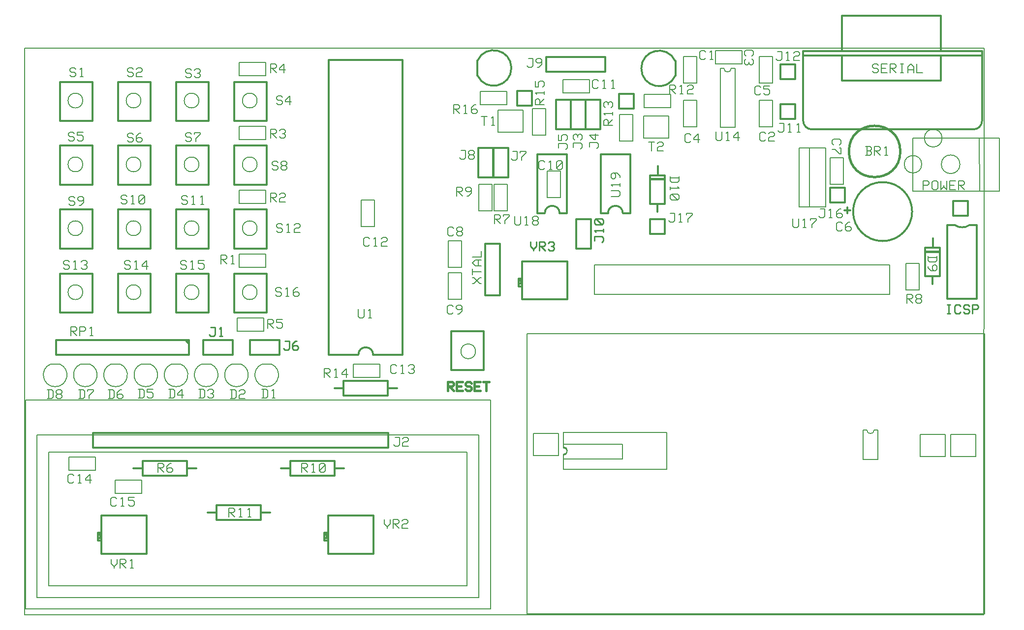
<source format=gbr>
G04 GERBER ASCII OUTPUT FROM: EDWIN 2000 (VER. 1.1 REV. 20011025)*
G04 GERBER FORMAT: RX-274-X*
G04 BOARD: SP_PROTON_SMD2*
G04 NC DRILL TEMPLATE*
%ASAXBY*%
%FSLAX23Y23*%
%MIA0B0*%
%MOIN*%
%OFA0B0*%
%SFA1B1*%
%IJA0B0*%
%INMPLOTCL*%
%IOA0B0*%
%IPPOS*%
%IR0*%
G04 APERTURE LIST*
%ADD10C,0.0010*%
%ADD12C,0.0020*%
%ADD13R,0.0020X0.0020*%
%ADD14C,0.0030*%
%ADD15R,0.0030X0.0030*%
%ADD16C,0.00356*%
%ADD17R,0.00356X0.00356*%
%ADD18C,0.0040*%
%ADD19R,0.0040X0.0040*%
%ADD20C,0.0050*%
%ADD21R,0.0050X0.0050*%
%ADD22C,0.0051*%
%ADD23R,0.0051X0.0051*%
%ADD24C,0.00787*%
%ADD25R,0.00787X0.00787*%
%ADD26C,0.00799*%
%ADD28C,0.0080*%
%ADD29R,0.0080X0.0080*%
%ADD30C,0.00984*%
%ADD31R,0.00984X0.00984*%
%ADD32C,0.0100*%
%ADD33R,0.0100X0.0100*%
%ADD34C,0.0120*%
%ADD36C,0.01299*%
%ADD38C,0.0130*%
%ADD40C,0.0150*%
%ADD42C,0.01598*%
%ADD44C,0.0160*%
%ADD46C,0.01969*%
%ADD47R,0.01969X0.01969*%
%ADD48C,0.0200*%
%ADD50C,0.0200*%
%ADD51R,0.0200X0.0200*%
%ADD52C,0.02044*%
%ADD53R,0.02044X0.02044*%
%ADD54C,0.0250*%
%ADD55R,0.0250X0.0250*%
%ADD56C,0.0280*%
%ADD57R,0.0280X0.0280*%
%ADD58C,0.0290*%
%ADD60C,0.0300*%
%ADD62C,0.03187*%
%ADD64C,0.03199*%
%ADD66C,0.0320*%
%ADD67R,0.0320X0.0320*%
%ADD68C,0.0340*%
%ADD69R,0.0340X0.0340*%
%ADD70C,0.0350*%
%ADD71R,0.0350X0.0350*%
%ADD72C,0.03543*%
%ADD73R,0.03543X0.03543*%
%ADD74C,0.0360*%
%ADD76C,0.03699*%
%ADD78C,0.0370*%
%ADD80C,0.03898*%
%ADD81R,0.03898X0.03898*%
%ADD82C,0.03937*%
%ADD83R,0.03937X0.03937*%
%ADD84C,0.03998*%
%ADD86C,0.0400*%
%ADD87R,0.0400X0.0400*%
%ADD88C,0.04252*%
%ADD89R,0.04252X0.04252*%
%ADD90C,0.0440*%
%ADD92C,0.0440*%
%ADD93R,0.0440X0.0440*%
%ADD94C,0.04444*%
%ADD95R,0.04444X0.04444*%
%ADD96C,0.0480*%
%ADD97R,0.0480X0.0480*%
%ADD98C,0.0490*%
%ADD99R,0.0490X0.0490*%
%ADD100C,0.0500*%
%ADD101R,0.0500X0.0500*%
%ADD102C,0.0502*%
%ADD103R,0.0502X0.0502*%
%ADD104C,0.0540*%
%ADD106C,0.0550*%
%ADD107R,0.0550X0.0550*%
%ADD108C,0.0560*%
%ADD109R,0.0560X0.0560*%
%ADD110C,0.0580*%
%ADD111R,0.0580X0.0580*%
%ADD112C,0.0590*%
%ADD113R,0.0590X0.0590*%
%ADD114C,0.05906*%
%ADD115R,0.05906X0.05906*%
%ADD116C,0.05943*%
%ADD117R,0.05943X0.05943*%
%ADD118C,0.0600*%
%ADD119R,0.0600X0.0600*%
%ADD120C,0.0620*%
%ADD121R,0.0620X0.0620*%
%ADD122C,0.06298*%
%ADD123R,0.06298X0.06298*%
%ADD124C,0.06378*%
%ADD125R,0.06378X0.06378*%
%ADD126C,0.0640*%
%ADD127R,0.0640X0.0640*%
%ADD128C,0.0650*%
%ADD129R,0.0650X0.0650*%
%ADD130C,0.06652*%
%ADD131R,0.06652X0.06652*%
%ADD132C,0.06906*%
%ADD133R,0.06906X0.06906*%
%ADD134C,0.0700*%
%ADD135R,0.0700X0.0700*%
%ADD136C,0.0720*%
%ADD137R,0.0720X0.0720*%
%ADD138C,0.0740*%
%ADD139R,0.0740X0.0740*%
%ADD140C,0.0742*%
%ADD141R,0.0742X0.0742*%
%ADD142C,0.07559*%
%ADD143R,0.07559X0.07559*%
%ADD144C,0.0760*%
%ADD145R,0.0760X0.0760*%
%ADD146C,0.07874*%
%ADD147R,0.07874X0.07874*%
%ADD148C,0.0790*%
%ADD149R,0.0790X0.0790*%
%ADD150C,0.0800*%
%ADD151R,0.0800X0.0800*%
%ADD152C,0.0820*%
%ADD153R,0.0820X0.0820*%
%ADD154C,0.0840*%
%ADD155R,0.0840X0.0840*%
%ADD156C,0.0860*%
%ADD157R,0.0860X0.0860*%
%ADD158C,0.08778*%
%ADD159R,0.08778X0.08778*%
%ADD160C,0.0880*%
%ADD161R,0.0880X0.0880*%
%ADD162C,0.0890*%
%ADD163R,0.0890X0.0890*%
%ADD164C,0.08903*%
%ADD165R,0.08903X0.08903*%
%ADD166C,0.08969*%
%ADD167R,0.08969X0.08969*%
%ADD168C,0.0900*%
%ADD169R,0.0900X0.0900*%
%ADD170C,0.09213*%
%ADD171R,0.09213X0.09213*%
%ADD172C,0.0940*%
%ADD173R,0.0940X0.0940*%
%ADD174C,0.09496*%
%ADD175R,0.09496X0.09496*%
%ADD176C,0.0960*%
%ADD177R,0.0960X0.0960*%
%ADD178C,0.09788*%
%ADD179R,0.09788X0.09788*%
%ADD180C,0.09959*%
%ADD181R,0.09959X0.09959*%
%ADD182C,0.1000*%
%ADD183R,0.1000X0.1000*%
%ADD184C,0.1040*%
%ADD185R,0.1040X0.1040*%
%ADD186C,0.1060*%
%ADD187R,0.1060X0.1060*%
%ADD188C,0.10866*%
%ADD189R,0.10866X0.10866*%
%ADD190C,0.1100*%
%ADD191R,0.1100X0.1100*%
%ADD192C,0.1120*%
%ADD193R,0.1120X0.1120*%
%ADD194C,0.11303*%
%ADD195R,0.11303X0.11303*%
%ADD196C,0.11369*%
%ADD197R,0.11369X0.11369*%
%ADD198C,0.1140*%
%ADD199R,0.1140X0.1140*%
%ADD200C,0.11613*%
%ADD201R,0.11613X0.11613*%
%ADD202C,0.11896*%
%ADD203R,0.11896X0.11896*%
%ADD204C,0.1200*%
%ADD205R,0.1200X0.1200*%
%ADD206C,0.12188*%
%ADD207R,0.12188X0.12188*%
%ADD208C,0.1240*%
%ADD209R,0.1240X0.1240*%
%ADD210C,0.12464*%
%ADD211R,0.12464X0.12464*%
%ADD212C,0.1300*%
%ADD213R,0.1300X0.1300*%
%ADD214C,0.13266*%
%ADD215R,0.13266X0.13266*%
%ADD216C,0.13465*%
%ADD217R,0.13465X0.13465*%
%ADD218C,0.13553*%
%ADD219R,0.13553X0.13553*%
%ADD220C,0.1378*%
%ADD221R,0.1378X0.1378*%
%ADD222C,0.1400*%
%ADD223R,0.1400X0.1400*%
%ADD224C,0.1440*%
%ADD225R,0.1440X0.1440*%
%ADD226C,0.14864*%
%ADD227R,0.14864X0.14864*%
%ADD228C,0.15059*%
%ADD229R,0.15059X0.15059*%
%ADD230C,0.1540*%
%ADD231R,0.1540X0.1540*%
%ADD232C,0.15865*%
%ADD233R,0.15865X0.15865*%
%ADD234C,0.15953*%
%ADD235R,0.15953X0.15953*%
%ADD236C,0.1600*%
%ADD237R,0.1600X0.1600*%
%ADD238C,0.16063*%
%ADD239R,0.16063X0.16063*%
%ADD240C,0.1640*%
%ADD241R,0.1640X0.1640*%
%ADD242C,0.16535*%
%ADD243R,0.16535X0.16535*%
%ADD244C,0.16669*%
%ADD245R,0.16669X0.16669*%
%ADD246C,0.16723*%
%ADD247R,0.16723X0.16723*%
%ADD248C,0.1700*%
%ADD249R,0.1700X0.1700*%
%ADD250C,0.17061*%
%ADD251R,0.17061X0.17061*%
%ADD252C,0.17459*%
%ADD253R,0.17459X0.17459*%
%ADD254C,0.17717*%
%ADD255R,0.17717X0.17717*%
%ADD256C,0.17953*%
%ADD257R,0.17953X0.17953*%
%ADD258C,0.18189*%
%ADD259R,0.18189X0.18189*%
%ADD260C,0.18244*%
%ADD261R,0.18244X0.18244*%
%ADD262C,0.18298*%
%ADD263R,0.18298X0.18298*%
%ADD264C,0.18463*%
%ADD265R,0.18463X0.18463*%
%ADD266C,0.18657*%
%ADD267R,0.18657X0.18657*%
%ADD268C,0.18878*%
%ADD269R,0.18878X0.18878*%
%ADD270C,0.18935*%
%ADD271R,0.18935X0.18935*%
%ADD272C,0.19069*%
%ADD273R,0.19069X0.19069*%
%ADD274C,0.19123*%
%ADD275R,0.19123X0.19123*%
%ADD276C,0.19134*%
%ADD277R,0.19134X0.19134*%
%ADD278C,0.19461*%
%ADD279R,0.19461X0.19461*%
%ADD280C,0.20353*%
%ADD281R,0.20353X0.20353*%
%ADD282C,0.20589*%
%ADD283R,0.20589X0.20589*%
%ADD284C,0.20644*%
%ADD285R,0.20644X0.20644*%
%ADD286C,0.20698*%
%ADD287R,0.20698X0.20698*%
%ADD288C,0.20709*%
%ADD289R,0.20709X0.20709*%
%ADD290C,0.20787*%
%ADD291R,0.20787X0.20787*%
%ADD292C,0.21057*%
%ADD293R,0.21057X0.21057*%
%ADD294C,0.21278*%
%ADD295R,0.21278X0.21278*%
%ADD296C,0.21534*%
%ADD297R,0.21534X0.21534*%
%ADD298C,0.23109*%
%ADD299R,0.23109X0.23109*%
%ADD301R,0.23187X0.23187*%
%ADD303R,0.24094X0.24094*%
%ADD305R,0.25984X0.25984*%
%ADD307R,0.26494X0.26494*%
%ADD309R,0.28384X0.28384*%
%ADD311R,0.3000X0.3000*%
%ADD313R,0.3060X0.3060*%
%ADD315R,0.3100X0.3100*%
%ADD317R,0.31654X0.31654*%
%ADD319R,0.3200X0.3200*%
%ADD321R,0.32181X0.32181*%
%ADD323R,0.3240X0.3240*%
%ADD325R,0.3300X0.3300*%
%ADD327R,0.3340X0.3340*%
%ADD329R,0.34054X0.34054*%
%ADD331R,0.3440X0.3440*%
%ADD333R,0.34423X0.34423*%
%ADD335R,0.34581X0.34581*%
%ADD337R,0.3540X0.3540*%
%ADD339R,0.36823X0.36823*%
%ADD341R,0.3685X0.3685*%
%ADD343R,0.38248X0.38248*%
%ADD345R,0.39171X0.39171*%
%ADD347R,0.3925X0.3925*%
%ADD349R,0.40648X0.40648*%
%ADD351R,0.41571X0.41571*%
%ADD353R,0.48074X0.48074*%
%ADD355R,0.50474X0.50474*%
%ADD357R,0.5216X0.5216*%
%ADD359R,0.53386X0.53386*%
%ADD361R,0.53858X0.53858*%
%ADD363R,0.5456X0.5456*%
%ADD365R,0.55786X0.55786*%
%ADD367R,0.56258X0.56258*%
%ADD369R,0.59944X0.59944*%
%ADD371R,0.61724X0.61724*%
%ADD373R,0.62318X0.62318*%
%ADD375R,0.62344X0.62344*%
%ADD377R,0.64124X0.64124*%
%ADD379R,0.64718X0.64718*%
%ADD381R,0.65197X0.65197*%
%ADD383R,0.67597X0.67597*%
%ADD385R,0.68976X0.68976*%
%ADD387R,0.71376X0.71376*%
%ADD389R,0.73937X0.73937*%
%ADD391R,0.76337X0.76337*%
%ADD393R,0.83268X0.83268*%
%ADD395R,0.85287X0.85287*%
%ADD397R,0.85668X0.85668*%
%ADD399R,0.87687X0.87687*%
%ADD401R,0.94961X0.94961*%
%ADD403R,0.96378X0.96378*%
%ADD405R,0.97361X0.97361*%
%ADD407R,0.98778X0.98778*%
%ADD409R,1.03465X1.03465*%
%ADD411R,1.05865X1.05865*%
%ADD413R,1.29384X1.29384*%
%ADD415R,1.31784X1.31784*%
%ADD417R,1.3300X1.3300*%
%ADD419R,1.3540X1.3540*%
%ADD421R,1.89657X1.89657*%
%ADD423R,1.89744X1.89744*%
%ADD425R,1.92057X1.92057*%
%ADD427R,1.92144X1.92144*%
%ADD429R,2.13068X2.13068*%
%ADD431R,2.15468X2.15468*%
%ADD433R,2.83228X2.83228*%
%ADD435R,2.85628X2.85628*%
%ADD437R,3.07205X3.07205*%
%ADD439R,3.09605X3.09605*%
%ADD441R,3.12726X3.12726*%
%ADD443R,3.15126X3.15126*%
%ADD445R,3.8501X3.8501*%
%ADD447R,3.8741X3.8741*%
G04*
D20* 
X0Y0D02*
X0Y3843D01*
X6500Y3843D01*
X6496Y0D01*
X0Y0D01*
X4Y1456D02*
X4Y39D01*
X3154Y39D01*
X3154Y1456D01*
X4Y1456D01*
X3075Y1220D02*
X3075Y117D01*
X83Y117D01*
X83Y1220D01*
X3075Y1220D01*
X2996Y196D02*
X2996Y1102D01*
X162Y1102D01*
X162Y196D01*
X2996Y196D01*
D38* 
X2260Y1763D02*
X2060Y1763D01*
X2060Y3763D01*
X2560Y3763D01*
X2560Y1763D01*
X2360Y1763D01*
G75*
G01X2360Y1763D02*
G03X2260Y1763I-50J0D01*
G01*
D24* 
X2258Y2071D02*
X2258Y2021D01*
X2268Y2011D01*
X2288Y2011D01*
X2298Y2021D01*
X2298Y2071D01*
X2328Y2011D02*
X2348Y2011D01*
X2338Y2011D02*
X2338Y2071D01*
X2328Y2061D01*
D38* 
X459Y3614D02*
X459Y3350D01*
X238Y3350D01*
X238Y3614D01*
X459Y3614D01*
D20* 
G75*
G01X393Y3487D02*
G03X393Y3487I-50J0D01*
G01*
D24* 
X304Y3659D02*
X314Y3649D01*
X334Y3649D01*
X344Y3659D01*
X344Y3669D01*
X334Y3679D01*
X314Y3679D01*
X304Y3689D01*
X304Y3699D01*
X314Y3709D01*
X334Y3709D01*
X344Y3699D01*
X374Y3649D02*
X394Y3649D01*
X384Y3649D02*
X384Y3709D01*
X374Y3699D01*
D38* 
X853Y3614D02*
X853Y3350D01*
X632Y3350D01*
X632Y3614D01*
X853Y3614D01*
D20* 
G75*
G01X787Y3487D02*
G03X787Y3487I-50J0D01*
G01*
D24* 
X695Y3659D02*
X705Y3649D01*
X725Y3649D01*
X735Y3659D01*
X735Y3669D01*
X725Y3679D01*
X705Y3679D01*
X695Y3689D01*
X695Y3699D01*
X705Y3709D01*
X725Y3709D01*
X735Y3699D01*
X755Y3699D02*
X765Y3709D01*
X785Y3709D01*
X795Y3699D01*
X795Y3689D01*
X785Y3679D01*
X765Y3679D01*
X755Y3669D01*
X755Y3649D01*
X795Y3649D01*
D38* 
X1246Y3614D02*
X1246Y3350D01*
X1025Y3350D01*
X1025Y3614D01*
X1246Y3614D01*
D20* 
G75*
G01X1180Y3487D02*
G03X1180Y3487I-50J0D01*
G01*
D24* 
X1089Y3653D02*
X1099Y3643D01*
X1119Y3643D01*
X1129Y3653D01*
X1129Y3663D01*
X1119Y3673D01*
X1099Y3673D01*
X1089Y3683D01*
X1089Y3693D01*
X1099Y3703D01*
X1119Y3703D01*
X1129Y3693D01*
X1149Y3693D02*
X1159Y3703D01*
X1179Y3703D01*
X1189Y3693D01*
X1189Y3683D01*
X1179Y3673D01*
X1169Y3673D01*
X1179Y3673D02*
X1189Y3663D01*
X1189Y3653D01*
X1179Y3643D01*
X1159Y3643D01*
X1149Y3653D01*
D38* 
X1640Y3614D02*
X1640Y3350D01*
X1419Y3350D01*
X1419Y3614D01*
X1640Y3614D01*
D20* 
G75*
G01X1574Y3487D02*
G03X1574Y3487I-50J0D01*
G01*
D24* 
X1707Y3468D02*
X1717Y3458D01*
X1737Y3458D01*
X1747Y3468D01*
X1747Y3478D01*
X1737Y3488D01*
X1717Y3488D01*
X1707Y3498D01*
X1707Y3508D01*
X1717Y3518D01*
X1737Y3518D01*
X1747Y3508D01*
X1807Y3478D02*
X1767Y3478D01*
X1767Y3488D01*
X1797Y3518D01*
X1797Y3458D01*
D38* 
X459Y3181D02*
X459Y2917D01*
X238Y2917D01*
X238Y3181D01*
X459Y3181D01*
D20* 
G75*
G01X393Y3054D02*
G03X393Y3054I-50J0D01*
G01*
D24* 
X295Y3222D02*
X305Y3212D01*
X325Y3212D01*
X335Y3222D01*
X335Y3232D01*
X325Y3242D01*
X305Y3242D01*
X295Y3252D01*
X295Y3262D01*
X305Y3272D01*
X325Y3272D01*
X335Y3262D01*
X355Y3222D02*
X365Y3212D01*
X385Y3212D01*
X395Y3222D01*
X395Y3242D01*
X385Y3252D01*
X355Y3252D01*
X355Y3272D01*
X395Y3272D01*
D38* 
X853Y3181D02*
X853Y2917D01*
X632Y2917D01*
X632Y3181D01*
X853Y3181D01*
D20* 
G75*
G01X787Y3054D02*
G03X787Y3054I-50J0D01*
G01*
D24* 
X695Y3217D02*
X705Y3207D01*
X725Y3207D01*
X735Y3217D01*
X735Y3227D01*
X725Y3237D01*
X705Y3237D01*
X695Y3247D01*
X695Y3257D01*
X705Y3267D01*
X725Y3267D01*
X735Y3257D01*
X755Y3227D02*
X765Y3237D01*
X785Y3237D01*
X795Y3227D01*
X795Y3217D01*
X785Y3207D01*
X765Y3207D01*
X755Y3217D01*
X755Y3247D01*
X775Y3267D01*
X785Y3267D01*
D38* 
X1246Y3181D02*
X1246Y2917D01*
X1025Y2917D01*
X1025Y3181D01*
X1246Y3181D01*
D20* 
G75*
G01X1180Y3054D02*
G03X1180Y3054I-50J0D01*
G01*
D24* 
X1089Y3218D02*
X1099Y3208D01*
X1119Y3208D01*
X1129Y3218D01*
X1129Y3228D01*
X1119Y3238D01*
X1099Y3238D01*
X1089Y3248D01*
X1089Y3258D01*
X1099Y3268D01*
X1119Y3268D01*
X1129Y3258D01*
X1159Y3208D02*
X1159Y3228D01*
X1189Y3258D01*
X1189Y3268D01*
X1149Y3268D01*
X1149Y3258D01*
D38* 
X1640Y3181D02*
X1640Y2917D01*
X1419Y2917D01*
X1419Y3181D01*
X1640Y3181D01*
D20* 
G75*
G01X1574Y3054D02*
G03X1574Y3054I-50J0D01*
G01*
D24* 
X1674Y3027D02*
X1684Y3017D01*
X1704Y3017D01*
X1714Y3027D01*
X1714Y3037D01*
X1704Y3047D01*
X1684Y3047D01*
X1674Y3057D01*
X1674Y3067D01*
X1684Y3077D01*
X1704Y3077D01*
X1714Y3067D01*
X1734Y3027D02*
X1734Y3037D01*
X1744Y3047D01*
X1764Y3047D01*
X1774Y3057D01*
X1774Y3067D01*
X1764Y3077D01*
X1744Y3077D01*
X1734Y3067D01*
X1734Y3057D01*
X1744Y3047D01*
X1764Y3047D02*
X1774Y3037D01*
X1774Y3027D01*
X1764Y3017D01*
X1744Y3017D01*
X1734Y3027D01*
D38* 
X459Y2748D02*
X459Y2484D01*
X238Y2484D01*
X238Y2748D01*
X459Y2748D01*
D20* 
G75*
G01X393Y2621D02*
G03X393Y2621I-50J0D01*
G01*
D24* 
X300Y2785D02*
X310Y2775D01*
X330Y2775D01*
X340Y2785D01*
X340Y2795D01*
X330Y2805D01*
X310Y2805D01*
X300Y2815D01*
X300Y2825D01*
X310Y2835D01*
X330Y2835D01*
X340Y2825D01*
X370Y2775D02*
X380Y2775D01*
X400Y2795D01*
X400Y2825D01*
X390Y2835D01*
X370Y2835D01*
X360Y2825D01*
X360Y2815D01*
X370Y2805D01*
X390Y2805D01*
X400Y2815D01*
D38* 
X853Y2748D02*
X853Y2484D01*
X632Y2484D01*
X632Y2748D01*
X853Y2748D01*
D20* 
G75*
G01X787Y2621D02*
G03X787Y2621I-50J0D01*
G01*
D24* 
X653Y2795D02*
X663Y2785D01*
X683Y2785D01*
X693Y2795D01*
X693Y2805D01*
X683Y2815D01*
X663Y2815D01*
X653Y2825D01*
X653Y2835D01*
X663Y2845D01*
X683Y2845D01*
X693Y2835D01*
X723Y2785D02*
X743Y2785D01*
X733Y2785D02*
X733Y2845D01*
X723Y2835D01*
X773Y2795D02*
X773Y2835D01*
X783Y2845D01*
X803Y2845D01*
X813Y2835D01*
X813Y2795D01*
X803Y2785D01*
X783Y2785D01*
X773Y2795D01*
X813Y2835D01*
D38* 
X1246Y2748D02*
X1246Y2484D01*
X1025Y2484D01*
X1025Y2748D01*
X1246Y2748D01*
D20* 
G75*
G01X1180Y2621D02*
G03X1180Y2621I-50J0D01*
G01*
D24* 
X1061Y2792D02*
X1071Y2782D01*
X1091Y2782D01*
X1101Y2792D01*
X1101Y2802D01*
X1091Y2812D01*
X1071Y2812D01*
X1061Y2822D01*
X1061Y2832D01*
X1071Y2842D01*
X1091Y2842D01*
X1101Y2832D01*
X1131Y2782D02*
X1151Y2782D01*
X1141Y2782D02*
X1141Y2842D01*
X1131Y2832D01*
X1191Y2782D02*
X1211Y2782D01*
X1201Y2782D02*
X1201Y2842D01*
X1191Y2832D01*
D38* 
X3933Y3782D02*
X3933Y3682D01*
X3533Y3682D01*
X3533Y3782D01*
X3933Y3782D01*
D24* 
X3403Y3722D02*
X3413Y3712D01*
X3433Y3712D01*
X3443Y3722D01*
X3443Y3772D01*
X3413Y3772D01*
X3473Y3712D02*
X3483Y3712D01*
X3503Y3732D01*
X3503Y3762D01*
X3493Y3772D01*
X3473Y3772D01*
X3463Y3762D01*
X3463Y3752D01*
X3473Y3742D01*
X3493Y3742D01*
X3503Y3752D01*
D20* 
X3403Y6D02*
X6501Y6D01*
X6501Y1905D01*
X3403Y1905D01*
X3403Y6D01*
D28* 
X1620Y2014D02*
X1620Y1924D01*
X1440Y1924D01*
X1440Y2014D01*
X1620Y2014D01*
D24* 
X1645Y1942D02*
X1645Y2002D01*
X1675Y2002D01*
X1685Y1992D01*
X1685Y1982D01*
X1675Y1972D01*
X1645Y1972D01*
X1655Y1972D02*
X1685Y1942D01*
X1705Y1952D02*
X1715Y1942D01*
X1735Y1942D01*
X1745Y1952D01*
X1745Y1972D01*
X1735Y1982D01*
X1705Y1982D01*
X1705Y2002D01*
X1745Y2002D01*
D28* 
X1451Y3656D02*
X1451Y3746D01*
X1631Y3746D01*
X1631Y3656D01*
X1451Y3656D01*
D20* 
X1667Y3677D02*
X1667Y3737D01*
X1697Y3737D01*
X1707Y3727D01*
X1707Y3717D01*
X1697Y3707D01*
X1667Y3707D01*
X1677Y3707D02*
X1707Y3677D01*
X1767Y3697D02*
X1727Y3697D01*
X1727Y3707D01*
X1757Y3737D01*
X1757Y3677D01*
D28* 
X1451Y3223D02*
X1451Y3313D01*
X1631Y3313D01*
X1631Y3223D01*
X1451Y3223D01*
D24* 
X1666Y3232D02*
X1666Y3292D01*
X1696Y3292D01*
X1706Y3282D01*
X1706Y3272D01*
X1696Y3262D01*
X1666Y3262D01*
X1676Y3262D02*
X1706Y3232D01*
X1726Y3282D02*
X1736Y3292D01*
X1756Y3292D01*
X1766Y3282D01*
X1766Y3272D01*
X1756Y3262D01*
X1746Y3262D01*
X1756Y3262D02*
X1766Y3252D01*
X1766Y3242D01*
X1756Y3232D01*
X1736Y3232D01*
X1726Y3242D01*
D28* 
X1451Y2790D02*
X1451Y2880D01*
X1631Y2880D01*
X1631Y2790D01*
X1451Y2790D01*
D24* 
X1667Y2800D02*
X1667Y2860D01*
X1697Y2860D01*
X1707Y2850D01*
X1707Y2840D01*
X1697Y2830D01*
X1667Y2830D01*
X1677Y2830D02*
X1707Y2800D01*
X1727Y2850D02*
X1737Y2860D01*
X1757Y2860D01*
X1767Y2850D01*
X1767Y2840D01*
X1757Y2830D01*
X1737Y2830D01*
X1727Y2820D01*
X1727Y2800D01*
X1767Y2800D01*
D28* 
X1451Y2357D02*
X1451Y2447D01*
X1631Y2447D01*
X1631Y2357D01*
X1451Y2357D01*
D24* 
X1328Y2380D02*
X1328Y2440D01*
X1358Y2440D01*
X1368Y2430D01*
X1368Y2420D01*
X1358Y2410D01*
X1328Y2410D01*
X1338Y2410D02*
X1368Y2380D01*
X1398Y2380D02*
X1418Y2380D01*
X1408Y2380D02*
X1408Y2440D01*
X1398Y2430D01*
D38* 
X1640Y2748D02*
X1640Y2484D01*
X1419Y2484D01*
X1419Y2748D01*
X1640Y2748D01*
D20* 
G75*
G01X1574Y2621D02*
G03X1574Y2621I-50J0D01*
G01*
D24* 
X1707Y2604D02*
X1717Y2594D01*
X1737Y2594D01*
X1747Y2604D01*
X1747Y2614D01*
X1737Y2624D01*
X1717Y2624D01*
X1707Y2634D01*
X1707Y2644D01*
X1717Y2654D01*
X1737Y2654D01*
X1747Y2644D01*
X1777Y2594D02*
X1797Y2594D01*
X1787Y2594D02*
X1787Y2654D01*
X1777Y2644D01*
X1827Y2644D02*
X1837Y2654D01*
X1857Y2654D01*
X1867Y2644D01*
X1867Y2634D01*
X1857Y2624D01*
X1837Y2624D01*
X1827Y2614D01*
X1827Y2594D01*
X1867Y2594D01*
D38* 
X459Y2314D02*
X459Y2050D01*
X238Y2050D01*
X238Y2314D01*
X459Y2314D01*
D20* 
G75*
G01X393Y2187D02*
G03X393Y2187I-50J0D01*
G01*
D24* 
X263Y2353D02*
X273Y2343D01*
X293Y2343D01*
X303Y2353D01*
X303Y2363D01*
X293Y2373D01*
X273Y2373D01*
X263Y2383D01*
X263Y2393D01*
X273Y2403D01*
X293Y2403D01*
X303Y2393D01*
X333Y2343D02*
X353Y2343D01*
X343Y2343D02*
X343Y2403D01*
X333Y2393D01*
X383Y2393D02*
X393Y2403D01*
X413Y2403D01*
X423Y2393D01*
X423Y2383D01*
X413Y2373D01*
X403Y2373D01*
X413Y2373D02*
X423Y2363D01*
X423Y2353D01*
X413Y2343D01*
X393Y2343D01*
X383Y2353D01*
D38* 
X853Y2314D02*
X853Y2050D01*
X632Y2050D01*
X632Y2314D01*
X853Y2314D01*
D20* 
G75*
G01X787Y2187D02*
G03X787Y2187I-50J0D01*
G01*
D24* 
X675Y2353D02*
X685Y2343D01*
X705Y2343D01*
X715Y2353D01*
X715Y2363D01*
X705Y2373D01*
X685Y2373D01*
X675Y2383D01*
X675Y2393D01*
X685Y2403D01*
X705Y2403D01*
X715Y2393D01*
X745Y2343D02*
X765Y2343D01*
X755Y2343D02*
X755Y2403D01*
X745Y2393D01*
X835Y2363D02*
X795Y2363D01*
X795Y2373D01*
X825Y2403D01*
X825Y2343D01*
D38* 
X1246Y2314D02*
X1246Y2050D01*
X1025Y2050D01*
X1025Y2314D01*
X1246Y2314D01*
D20* 
G75*
G01X1180Y2187D02*
G03X1180Y2187I-50J0D01*
G01*
D24* 
X1057Y2353D02*
X1067Y2343D01*
X1087Y2343D01*
X1097Y2353D01*
X1097Y2363D01*
X1087Y2373D01*
X1067Y2373D01*
X1057Y2383D01*
X1057Y2393D01*
X1067Y2403D01*
X1087Y2403D01*
X1097Y2393D01*
X1127Y2343D02*
X1147Y2343D01*
X1137Y2343D02*
X1137Y2403D01*
X1127Y2393D01*
X1177Y2353D02*
X1187Y2343D01*
X1207Y2343D01*
X1217Y2353D01*
X1217Y2373D01*
X1207Y2383D01*
X1177Y2383D01*
X1177Y2403D01*
X1217Y2403D01*
D38* 
X1640Y2314D02*
X1640Y2050D01*
X1419Y2050D01*
X1419Y2314D01*
X1640Y2314D01*
D20* 
G75*
G01X1574Y2187D02*
G03X1574Y2187I-50J0D01*
G01*
D24* 
X1698Y2170D02*
X1708Y2160D01*
X1728Y2160D01*
X1738Y2170D01*
X1738Y2180D01*
X1728Y2190D01*
X1708Y2190D01*
X1698Y2200D01*
X1698Y2210D01*
X1708Y2220D01*
X1728Y2220D01*
X1738Y2210D01*
X1768Y2160D02*
X1788Y2160D01*
X1778Y2160D02*
X1778Y2220D01*
X1768Y2210D01*
X1818Y2180D02*
X1828Y2190D01*
X1848Y2190D01*
X1858Y2180D01*
X1858Y2170D01*
X1848Y2160D01*
X1828Y2160D01*
X1818Y2170D01*
X1818Y2200D01*
X1838Y2220D01*
X1848Y2220D01*
D38* 
X6450Y2643D02*
X6450Y2143D01*
X6250Y2143D01*
X6250Y2643D01*
G75*
G01X6300Y2643D02*
G03X6400Y2643I50J70D01*
G01*
X6400Y2643D02*
X6450Y2643D01*
X6300Y2643D02*
X6250Y2643D01*
D32* 
X6249Y2041D02*
X6269Y2041D01*
X6259Y2041D02*
X6259Y2101D01*
X6249Y2101D02*
X6269Y2101D01*
X6339Y2051D02*
X6329Y2041D01*
X6309Y2041D01*
X6299Y2051D01*
X6299Y2091D01*
X6309Y2101D01*
X6329Y2101D01*
X6339Y2091D01*
X6359Y2051D02*
X6369Y2041D01*
X6389Y2041D01*
X6399Y2051D01*
X6399Y2061D01*
X6389Y2071D01*
X6369Y2071D01*
X6359Y2081D01*
X6359Y2091D01*
X6369Y2101D01*
X6389Y2101D01*
X6399Y2091D01*
X6419Y2041D02*
X6419Y2101D01*
X6449Y2101D01*
X6459Y2091D01*
X6459Y2081D01*
X6449Y2071D01*
X6419Y2071D01*
D38* 
X800Y993D02*
X737Y993D01*
X1100Y993D02*
X1161Y993D01*
X800Y1043D02*
X800Y943D01*
X1100Y943D01*
X1100Y1043D01*
X800Y1043D01*
D24* 
X902Y965D02*
X902Y1025D01*
X932Y1025D01*
X942Y1015D01*
X942Y1005D01*
X932Y995D01*
X902Y995D01*
X912Y995D02*
X942Y965D01*
X962Y985D02*
X972Y995D01*
X992Y995D01*
X1002Y985D01*
X1002Y975D01*
X992Y965D01*
X972Y965D01*
X962Y975D01*
X962Y1005D01*
X982Y1025D01*
X992Y1025D01*
D28* 
X1674Y1699D02*
X1609Y1699D01*
G75*
G01X1609Y1700D02*
G03X1669Y1700I30J-74D01*
G01*
D24* 
X1605Y1468D02*
X1635Y1468D01*
X1645Y1478D01*
X1645Y1518D01*
X1635Y1528D01*
X1605Y1528D01*
X1615Y1528D02*
X1615Y1468D01*
X1675Y1468D02*
X1695Y1468D01*
X1685Y1468D02*
X1685Y1528D01*
X1675Y1518D01*
D28* 
X1469Y1699D02*
X1404Y1699D01*
G75*
G01X1404Y1700D02*
G03X1464Y1700I30J-74D01*
G01*
D24* 
X1393Y1466D02*
X1423Y1466D01*
X1433Y1476D01*
X1433Y1516D01*
X1423Y1526D01*
X1393Y1526D01*
X1403Y1526D02*
X1403Y1466D01*
X1453Y1516D02*
X1463Y1526D01*
X1483Y1526D01*
X1493Y1516D01*
X1493Y1506D01*
X1483Y1496D01*
X1463Y1496D01*
X1453Y1486D01*
X1453Y1466D01*
X1493Y1466D01*
D28* 
X1264Y1699D02*
X1199Y1699D01*
G75*
G01X1199Y1700D02*
G03X1259Y1700I30J-74D01*
G01*
D24* 
X1179Y1469D02*
X1209Y1469D01*
X1219Y1479D01*
X1219Y1519D01*
X1209Y1529D01*
X1179Y1529D01*
X1189Y1529D02*
X1189Y1469D01*
X1239Y1519D02*
X1249Y1529D01*
X1269Y1529D01*
X1279Y1519D01*
X1279Y1509D01*
X1269Y1499D01*
X1259Y1499D01*
X1269Y1499D02*
X1279Y1489D01*
X1279Y1479D01*
X1269Y1469D01*
X1249Y1469D01*
X1239Y1479D01*
D38* 
X1410Y1861D02*
X1410Y1761D01*
X1210Y1761D01*
X1210Y1861D01*
X1410Y1861D01*
D32* 
X1250Y1899D02*
X1260Y1889D01*
X1280Y1889D01*
X1290Y1899D01*
X1290Y1949D01*
X1260Y1949D01*
X1320Y1889D02*
X1340Y1889D01*
X1330Y1889D02*
X1330Y1949D01*
X1320Y1939D01*
D28* 
X4786Y3706D02*
X4811Y3706D01*
X4811Y3306D01*
X4711Y3306D01*
X4711Y3706D01*
X4736Y3706D01*
G75*
G01X4736Y3706D02*
G03X4786Y3706I25J0D01*
G01*
D24* 
X4681Y3275D02*
X4681Y3225D01*
X4691Y3215D01*
X4711Y3215D01*
X4721Y3225D01*
X4721Y3275D01*
X4751Y3215D02*
X4771Y3215D01*
X4761Y3215D02*
X4761Y3275D01*
X4751Y3265D01*
X4841Y3235D02*
X4801Y3235D01*
X4801Y3245D01*
X4831Y3275D01*
X4831Y3215D01*
D28* 
X4975Y3785D02*
X5065Y3785D01*
X5065Y3605D01*
X4975Y3605D01*
X4975Y3785D01*
D24* 
X4985Y3535D02*
X4975Y3525D01*
X4955Y3525D01*
X4945Y3535D01*
X4945Y3575D01*
X4955Y3585D01*
X4975Y3585D01*
X4985Y3575D01*
X5005Y3535D02*
X5015Y3525D01*
X5035Y3525D01*
X5045Y3535D01*
X5045Y3555D01*
X5035Y3565D01*
X5005Y3565D01*
X5005Y3585D01*
X5045Y3585D01*
D28* 
X4463Y3490D02*
X4553Y3490D01*
X4553Y3310D01*
X4463Y3310D01*
X4463Y3490D01*
D24* 
X4513Y3211D02*
X4503Y3201D01*
X4483Y3201D01*
X4473Y3211D01*
X4473Y3251D01*
X4483Y3261D01*
X4503Y3261D01*
X4513Y3251D01*
X4573Y3221D02*
X4533Y3221D01*
X4533Y3231D01*
X4563Y3261D01*
X4563Y3201D01*
D28* 
X4859Y3825D02*
X4859Y3735D01*
X4679Y3735D01*
X4679Y3825D01*
X4859Y3825D01*
D24* 
X4884Y3788D02*
X4874Y3798D01*
X4874Y3818D01*
X4884Y3828D01*
X4924Y3828D01*
X4934Y3818D01*
X4934Y3798D01*
X4924Y3788D01*
X4924Y3768D02*
X4934Y3758D01*
X4934Y3738D01*
X4924Y3728D01*
X4914Y3728D01*
X4904Y3738D01*
X4904Y3748D01*
X4904Y3738D02*
X4894Y3728D01*
X4884Y3728D01*
X4874Y3738D01*
X4874Y3758D01*
X4884Y3768D01*
D28* 
X5065Y3310D02*
X4975Y3310D01*
X4975Y3490D01*
X5065Y3490D01*
X5065Y3310D01*
D24* 
X5019Y3224D02*
X5009Y3214D01*
X4989Y3214D01*
X4979Y3224D01*
X4979Y3264D01*
X4989Y3274D01*
X5009Y3274D01*
X5019Y3264D01*
X5039Y3264D02*
X5049Y3274D01*
X5069Y3274D01*
X5079Y3264D01*
X5079Y3254D01*
X5069Y3244D01*
X5049Y3244D01*
X5039Y3234D01*
X5039Y3214D01*
X5079Y3214D01*
D28* 
X4463Y3785D02*
X4553Y3785D01*
X4553Y3605D01*
X4463Y3605D01*
X4463Y3785D01*
D24* 
X4612Y3775D02*
X4602Y3765D01*
X4582Y3765D01*
X4572Y3775D01*
X4572Y3815D01*
X4582Y3825D01*
X4602Y3825D01*
X4612Y3815D01*
X4642Y3765D02*
X4662Y3765D01*
X4652Y3765D02*
X4652Y3825D01*
X4642Y3815D01*
D38* 
G75*
G01X6011Y2734D02*
G03X6011Y2734I-200J0D01*
G01*
X5551Y2744D02*
X5591Y2744D01*
X5571Y2764D02*
X5571Y2724D01*
D24* 
X5539Y2612D02*
X5529Y2602D01*
X5509Y2602D01*
X5499Y2612D01*
X5499Y2652D01*
X5509Y2662D01*
X5529Y2662D01*
X5539Y2652D01*
X5559Y2622D02*
X5569Y2632D01*
X5589Y2632D01*
X5599Y2622D01*
X5599Y2612D01*
X5589Y2602D01*
X5569Y2602D01*
X5559Y2612D01*
X5559Y2642D01*
X5579Y2662D01*
X5589Y2662D01*
D28* 
X1060Y1699D02*
X995Y1699D01*
G75*
G01X995Y1700D02*
G03X1055Y1700I30J-74D01*
G01*
D24* 
X977Y1469D02*
X1007Y1469D01*
X1017Y1479D01*
X1017Y1519D01*
X1007Y1529D01*
X977Y1529D01*
X987Y1529D02*
X987Y1469D01*
X1077Y1489D02*
X1037Y1489D01*
X1037Y1499D01*
X1067Y1529D01*
X1067Y1469D01*
D28* 
X855Y1699D02*
X790Y1699D01*
G75*
G01X790Y1700D02*
G03X850Y1700I30J-74D01*
G01*
D24* 
X769Y1469D02*
X799Y1469D01*
X809Y1479D01*
X809Y1519D01*
X799Y1529D01*
X769Y1529D01*
X779Y1529D02*
X779Y1469D01*
X829Y1479D02*
X839Y1469D01*
X859Y1469D01*
X869Y1479D01*
X869Y1499D01*
X859Y1509D01*
X829Y1509D01*
X829Y1529D01*
X869Y1529D01*
D28* 
X650Y1699D02*
X585Y1699D01*
G75*
G01X585Y1700D02*
G03X645Y1700I30J-74D01*
G01*
D24* 
X566Y1466D02*
X596Y1466D01*
X606Y1476D01*
X606Y1516D01*
X596Y1526D01*
X566Y1526D01*
X576Y1526D02*
X576Y1466D01*
X626Y1486D02*
X636Y1496D01*
X656Y1496D01*
X666Y1486D01*
X666Y1476D01*
X656Y1466D01*
X636Y1466D01*
X626Y1476D01*
X626Y1506D01*
X646Y1526D01*
X656Y1526D01*
D28* 
X445Y1699D02*
X380Y1699D01*
G75*
G01X380Y1700D02*
G03X440Y1700I30J-74D01*
G01*
D24* 
X364Y1466D02*
X394Y1466D01*
X404Y1476D01*
X404Y1516D01*
X394Y1526D01*
X364Y1526D01*
X374Y1526D02*
X374Y1466D01*
X434Y1466D02*
X434Y1486D01*
X464Y1516D01*
X464Y1526D01*
X424Y1526D01*
X424Y1516D01*
D28* 
X241Y1699D02*
X176Y1699D01*
G75*
G01X176Y1700D02*
G03X236Y1700I30J-74D01*
G01*
D24* 
X152Y1466D02*
X182Y1466D01*
X192Y1476D01*
X192Y1516D01*
X182Y1526D01*
X152Y1526D01*
X162Y1526D02*
X162Y1466D01*
X212Y1476D02*
X212Y1486D01*
X222Y1496D01*
X242Y1496D01*
X252Y1506D01*
X252Y1516D01*
X242Y1526D01*
X222Y1526D01*
X212Y1516D01*
X212Y1506D01*
X222Y1496D01*
X242Y1496D02*
X252Y1486D01*
X252Y1476D01*
X242Y1466D01*
X222Y1466D01*
X212Y1476D01*
D38* 
X1113Y1761D02*
X213Y1761D01*
X213Y1861D01*
X1113Y1861D01*
X1113Y1761D01*
X1088Y1861D02*
X1113Y1836D01*
D24* 
X312Y1891D02*
X312Y1951D01*
X342Y1951D01*
X352Y1941D01*
X352Y1931D01*
X342Y1921D01*
X312Y1921D01*
X322Y1921D02*
X352Y1891D01*
X372Y1891D02*
X372Y1951D01*
X402Y1951D01*
X412Y1941D01*
X412Y1931D01*
X402Y1921D01*
X372Y1921D01*
X442Y1891D02*
X462Y1891D01*
X452Y1891D02*
X452Y1951D01*
X442Y1941D01*
D42* 
G75*
G01X5931Y3142D02*
G03X5931Y3142I-174J0D01*
G01*
D24* 
X5694Y3116D02*
X5724Y3116D01*
X5734Y3126D01*
X5734Y3136D01*
X5724Y3146D01*
X5704Y3146D01*
X5724Y3146D02*
X5734Y3156D01*
X5734Y3166D01*
X5724Y3176D01*
X5694Y3176D01*
X5704Y3176D02*
X5704Y3116D01*
X5754Y3116D02*
X5754Y3176D01*
X5784Y3176D01*
X5794Y3166D01*
X5794Y3156D01*
X5784Y3146D01*
X5754Y3146D01*
X5764Y3146D02*
X5794Y3116D01*
X5824Y3116D02*
X5844Y3116D01*
X5834Y3116D02*
X5834Y3176D01*
X5824Y3166D01*
D38* 
X5328Y3291D02*
X6425Y3291D01*
G75*
G01X5273Y3351D02*
G03X5333Y3291I60J0D01*
G01*
G75*
G01X6425Y3291D02*
G03X6485Y3351I0J60D01*
G01*
X6485Y3351D02*
X6485Y3791D01*
X5273Y3791D01*
X6485Y3791D02*
X6485Y3821D01*
X5273Y3821D01*
X5273Y3351D01*
X6205Y3821D02*
X6205Y4061D01*
X5535Y4061D01*
X5535Y3821D01*
X6205Y3791D02*
X6205Y3621D01*
X5535Y3621D01*
X5535Y3791D01*
D24* 
X5742Y3686D02*
X5752Y3676D01*
X5772Y3676D01*
X5782Y3686D01*
X5782Y3696D01*
X5772Y3706D01*
X5752Y3706D01*
X5742Y3716D01*
X5742Y3726D01*
X5752Y3736D01*
X5772Y3736D01*
X5782Y3726D01*
X5842Y3676D02*
X5802Y3676D01*
X5802Y3736D01*
X5842Y3736D01*
X5802Y3706D02*
X5832Y3706D01*
X5862Y3676D02*
X5862Y3736D01*
X5892Y3736D01*
X5902Y3726D01*
X5902Y3716D01*
X5892Y3706D01*
X5862Y3706D01*
X5872Y3706D02*
X5902Y3676D01*
X5932Y3676D02*
X5952Y3676D01*
X5942Y3676D02*
X5942Y3736D01*
X5932Y3736D02*
X5952Y3736D01*
X5982Y3676D02*
X5982Y3716D01*
X6002Y3736D01*
X6022Y3716D01*
X6022Y3676D01*
X6022Y3696D02*
X5982Y3696D01*
X6042Y3736D02*
X6042Y3676D01*
X6082Y3676D01*
D20* 
G75*
G01X6076Y3055D02*
G03X6076Y3055I-59J0D01*
G01*
G75*
G01X6335Y3055D02*
G03X6335Y3055I-63J0D01*
G01*
G75*
G01X6214Y3232D02*
G03X6214Y3232I-60J0D01*
G01*
X6016Y3232D02*
X6016Y2873D01*
X6603Y2873D01*
X6603Y3232D01*
X6016Y3232D01*
X6467Y3231D02*
X6469Y2878D01*
D24* 
X6087Y2881D02*
X6087Y2941D01*
X6117Y2941D01*
X6127Y2931D01*
X6127Y2921D01*
X6117Y2911D01*
X6087Y2911D01*
X6147Y2891D02*
X6147Y2931D01*
X6157Y2941D01*
X6177Y2941D01*
X6187Y2931D01*
X6187Y2891D01*
X6177Y2881D01*
X6157Y2881D01*
X6147Y2891D01*
X6207Y2941D02*
X6207Y2881D01*
X6227Y2901D01*
X6227Y2911D01*
X6227Y2901D02*
X6247Y2881D01*
X6247Y2941D01*
X6307Y2881D02*
X6267Y2881D01*
X6267Y2941D01*
X6307Y2941D01*
X6267Y2911D02*
X6297Y2911D01*
X6327Y2881D02*
X6327Y2941D01*
X6357Y2941D01*
X6367Y2931D01*
X6367Y2921D01*
X6357Y2911D01*
X6327Y2911D01*
X6337Y2911D02*
X6367Y2881D01*
D38* 
X3800Y3293D02*
X3700Y3293D01*
X3700Y3493D01*
X3800Y3493D01*
X3800Y3293D01*
D24* 
X3767Y3159D02*
X3777Y3169D01*
X3777Y3189D01*
X3767Y3199D01*
X3717Y3199D01*
X3717Y3169D01*
X3727Y3219D02*
X3717Y3229D01*
X3717Y3249D01*
X3727Y3259D01*
X3737Y3259D01*
X3747Y3249D01*
X3747Y3239D01*
X3747Y3249D02*
X3757Y3259D01*
X3767Y3259D01*
X3777Y3249D01*
X3777Y3229D01*
X3767Y3219D01*
D38* 
X3951Y2723D02*
X3901Y2723D01*
X3901Y3123D01*
X4101Y3123D01*
X4101Y2723D01*
X4051Y2723D01*
G75*
G01X4051Y2723D02*
G03X3951Y2723I-50J0D01*
G01*
D20* 
X3972Y2837D02*
X4022Y2837D01*
X4032Y2847D01*
X4032Y2867D01*
X4022Y2877D01*
X3972Y2877D01*
X4032Y2907D02*
X4032Y2927D01*
X4032Y2917D02*
X3972Y2917D01*
X3982Y2907D01*
X4032Y2967D02*
X4032Y2977D01*
X4012Y2997D01*
X3982Y2997D01*
X3972Y2987D01*
X3972Y2967D01*
X3982Y2957D01*
X3992Y2957D01*
X4002Y2967D01*
X4002Y2987D01*
X3992Y2997D01*
D38* 
X3523Y2723D02*
X3473Y2723D01*
X3473Y3123D01*
X3673Y3123D01*
X3673Y2723D01*
X3623Y2723D01*
G75*
G01X3623Y2723D02*
G03X3523Y2723I-50J0D01*
G01*
D24* 
X3320Y2704D02*
X3320Y2654D01*
X3330Y2644D01*
X3350Y2644D01*
X3360Y2654D01*
X3360Y2704D01*
X3390Y2644D02*
X3410Y2644D01*
X3400Y2644D02*
X3400Y2704D01*
X3390Y2694D01*
X3440Y2654D02*
X3440Y2664D01*
X3450Y2674D01*
X3470Y2674D01*
X3480Y2684D01*
X3480Y2694D01*
X3470Y2704D01*
X3450Y2704D01*
X3440Y2694D01*
X3440Y2684D01*
X3450Y2674D01*
X3470Y2674D02*
X3480Y2664D01*
X3480Y2654D01*
X3470Y2644D01*
X3450Y2644D01*
X3440Y2654D01*
D28* 
X5424Y2767D02*
X5244Y2767D01*
X5244Y3167D01*
X5424Y3167D01*
X5424Y2767D01*
X5314Y2767D02*
X5314Y3167D01*
D24* 
X5202Y2687D02*
X5202Y2637D01*
X5212Y2627D01*
X5232Y2627D01*
X5242Y2637D01*
X5242Y2687D01*
X5272Y2627D02*
X5292Y2627D01*
X5282Y2627D02*
X5282Y2687D01*
X5272Y2677D01*
X5332Y2627D02*
X5332Y2647D01*
X5362Y2677D01*
X5362Y2687D01*
X5322Y2687D01*
X5322Y2677D01*
D38* 
X6152Y2489D02*
X6152Y2552D01*
X6150Y2243D02*
X6150Y2294D01*
X6100Y2488D02*
X6198Y2488D01*
X6198Y2296D01*
X6100Y2296D01*
X6100Y2488D01*
D20* 
X6201Y2467D02*
X6101Y2467D01*
X6201Y2457D02*
X6105Y2457D01*
X6196Y2462D02*
X6100Y2462D01*
D24* 
X6119Y2432D02*
X6119Y2402D01*
X6129Y2392D01*
X6169Y2392D01*
X6179Y2402D01*
X6179Y2432D01*
X6179Y2422D02*
X6119Y2422D01*
X6119Y2362D02*
X6119Y2352D01*
X6139Y2332D01*
X6169Y2332D01*
X6179Y2342D01*
X6179Y2362D01*
X6169Y2372D01*
X6159Y2372D01*
X6149Y2362D01*
X6149Y2342D01*
X6159Y2332D01*
D38* 
X2888Y1659D02*
X2888Y1923D01*
X3109Y1923D01*
X3109Y1659D01*
X2888Y1659D01*
D20* 
G75*
G01X3054Y1786D02*
G03X3054Y1786I-50J0D01*
G01*
D40* 
X2864Y1518D02*
X2864Y1578D01*
X2894Y1578D01*
X2904Y1568D01*
X2904Y1558D01*
X2894Y1548D01*
X2864Y1548D01*
X2874Y1548D02*
X2904Y1518D01*
X2964Y1518D02*
X2924Y1518D01*
X2924Y1578D01*
X2964Y1578D01*
X2924Y1548D02*
X2954Y1548D01*
X2984Y1528D02*
X2994Y1518D01*
X3014Y1518D01*
X3024Y1528D01*
X3024Y1538D01*
X3014Y1548D01*
X2994Y1548D01*
X2984Y1558D01*
X2984Y1568D01*
X2994Y1578D01*
X3014Y1578D01*
X3024Y1568D01*
X3084Y1518D02*
X3044Y1518D01*
X3044Y1578D01*
X3084Y1578D01*
X3044Y1548D02*
X3074Y1548D01*
X3124Y1518D02*
X3124Y1578D01*
X3104Y1578D02*
X3144Y1578D01*
D38* 
X1800Y993D02*
X1737Y993D01*
X2100Y993D02*
X2161Y993D01*
X1800Y1043D02*
X1800Y943D01*
X2100Y943D01*
X2100Y1043D01*
X1800Y1043D01*
D24* 
X1874Y966D02*
X1874Y1026D01*
X1904Y1026D01*
X1914Y1016D01*
X1914Y1006D01*
X1904Y996D01*
X1874Y996D01*
X1884Y996D02*
X1914Y966D01*
X1944Y966D02*
X1964Y966D01*
X1954Y966D02*
X1954Y1026D01*
X1944Y1016D01*
X1994Y976D02*
X1994Y1016D01*
X2004Y1026D01*
X2024Y1026D01*
X2034Y1016D01*
X2034Y976D01*
X2024Y966D01*
X2004Y966D01*
X1994Y976D01*
X2034Y1016D01*
D38* 
G75*
G01X4406Y3756D02*
G03X4406Y3655I-109J-51D01*
G01*
X4408Y3757D02*
X4408Y3657D01*
G75*
G01X3067Y3657D02*
G03X3067Y3758I109J51D01*
G01*
X3064Y3657D02*
X3064Y3757D01*
D28* 
X4376Y3529D02*
X4376Y3439D01*
X4196Y3439D01*
X4196Y3529D01*
X4376Y3529D01*
D24* 
X4368Y3533D02*
X4368Y3593D01*
X4398Y3593D01*
X4408Y3583D01*
X4408Y3573D01*
X4398Y3563D01*
X4368Y3563D01*
X4378Y3563D02*
X4408Y3533D01*
X4438Y3533D02*
X4458Y3533D01*
X4448Y3533D02*
X4448Y3593D01*
X4438Y3583D01*
X4488Y3583D02*
X4498Y3593D01*
X4518Y3593D01*
X4528Y3583D01*
X4528Y3573D01*
X4518Y3563D01*
X4498Y3563D01*
X4488Y3553D01*
X4488Y3533D01*
X4528Y3533D01*
D28* 
X4120Y3211D02*
X4030Y3211D01*
X4030Y3391D01*
X4120Y3391D01*
X4120Y3211D01*
D24* 
X3982Y3318D02*
X3922Y3318D01*
X3922Y3348D01*
X3932Y3358D01*
X3942Y3358D01*
X3952Y3348D01*
X3952Y3318D01*
X3952Y3328D02*
X3982Y3358D01*
X3982Y3388D02*
X3982Y3408D01*
X3982Y3398D02*
X3922Y3398D01*
X3932Y3388D01*
X3932Y3438D02*
X3922Y3448D01*
X3922Y3468D01*
X3932Y3478D01*
X3942Y3478D01*
X3952Y3468D01*
X3952Y3458D01*
X3952Y3468D02*
X3962Y3478D01*
X3972Y3478D01*
X3982Y3468D01*
X3982Y3448D01*
X3972Y3438D01*
D28* 
X3825Y3628D02*
X3825Y3538D01*
X3645Y3538D01*
X3645Y3628D01*
X3825Y3628D01*
D24* 
X3885Y3580D02*
X3875Y3570D01*
X3855Y3570D01*
X3845Y3580D01*
X3845Y3620D01*
X3855Y3630D01*
X3875Y3630D01*
X3885Y3620D01*
X3915Y3570D02*
X3935Y3570D01*
X3925Y3570D02*
X3925Y3630D01*
X3915Y3620D01*
X3975Y3570D02*
X3995Y3570D01*
X3985Y3570D02*
X3985Y3630D01*
X3975Y3620D01*
D28* 
X3179Y2920D02*
X3269Y2920D01*
X3269Y2740D01*
X3179Y2740D01*
X3179Y2920D01*
D24* 
X3182Y2651D02*
X3182Y2711D01*
X3212Y2711D01*
X3222Y2701D01*
X3222Y2691D01*
X3212Y2681D01*
X3182Y2681D01*
X3192Y2681D02*
X3222Y2651D01*
X3252Y2651D02*
X3252Y2671D01*
X3282Y2701D01*
X3282Y2711D01*
X3242Y2711D01*
X3242Y2701D01*
D28* 
X6059Y2203D02*
X5969Y2203D01*
X5969Y2383D01*
X6059Y2383D01*
X6059Y2203D01*
D24* 
X5975Y2113D02*
X5975Y2173D01*
X6005Y2173D01*
X6015Y2163D01*
X6015Y2153D01*
X6005Y2143D01*
X5975Y2143D01*
X5985Y2143D02*
X6015Y2113D01*
X6035Y2123D02*
X6035Y2133D01*
X6045Y2143D01*
X6065Y2143D01*
X6075Y2153D01*
X6075Y2163D01*
X6065Y2173D01*
X6045Y2173D01*
X6035Y2163D01*
X6035Y2153D01*
X6045Y2143D01*
X6065Y2143D02*
X6075Y2133D01*
X6075Y2123D01*
X6065Y2113D01*
X6045Y2113D01*
X6035Y2123D01*
D28* 
X3077Y2920D02*
X3167Y2920D01*
X3167Y2740D01*
X3077Y2740D01*
X3077Y2920D01*
D24* 
X2924Y2838D02*
X2924Y2898D01*
X2954Y2898D01*
X2964Y2888D01*
X2964Y2878D01*
X2954Y2868D01*
X2924Y2868D01*
X2934Y2868D02*
X2964Y2838D01*
X2994Y2838D02*
X3004Y2838D01*
X3024Y2858D01*
X3024Y2888D01*
X3014Y2898D01*
X2994Y2898D01*
X2984Y2888D01*
X2984Y2878D01*
X2994Y2868D01*
X3014Y2868D01*
X3024Y2878D01*
D28* 
X5457Y3100D02*
X5547Y3100D01*
X5547Y2920D01*
X5457Y2920D01*
X5457Y3100D01*
D24* 
X5478Y3186D02*
X5468Y3196D01*
X5468Y3216D01*
X5478Y3226D01*
X5518Y3226D01*
X5528Y3216D01*
X5528Y3196D01*
X5518Y3186D01*
X5468Y3156D02*
X5488Y3156D01*
X5518Y3126D01*
X5528Y3126D01*
X5528Y3166D01*
X5518Y3166D01*
D28* 
X3628Y2830D02*
X3538Y2830D01*
X3538Y3010D01*
X3628Y3010D01*
X3628Y2830D01*
D20* 
X3521Y3030D02*
X3511Y3020D01*
X3491Y3020D01*
X3481Y3030D01*
X3481Y3070D01*
X3491Y3080D01*
X3511Y3080D01*
X3521Y3070D01*
X3551Y3020D02*
X3571Y3020D01*
X3561Y3020D02*
X3561Y3080D01*
X3551Y3070D01*
X3601Y3030D02*
X3601Y3070D01*
X3611Y3080D01*
X3631Y3080D01*
X3641Y3070D01*
X3641Y3030D01*
X3631Y3020D01*
X3611Y3020D01*
X3601Y3030D01*
X3641Y3070D01*
D38* 
X1600Y693D02*
X1663Y693D01*
X1300Y693D02*
X1239Y693D01*
X1600Y643D02*
X1600Y743D01*
X1300Y743D01*
X1300Y643D01*
X1600Y643D01*
D24* 
X1382Y661D02*
X1382Y721D01*
X1412Y721D01*
X1422Y711D01*
X1422Y701D01*
X1412Y691D01*
X1382Y691D01*
X1392Y691D02*
X1422Y661D01*
X1452Y661D02*
X1472Y661D01*
X1462Y661D02*
X1462Y721D01*
X1452Y711D01*
X1512Y661D02*
X1532Y661D01*
X1522Y661D02*
X1522Y721D01*
X1512Y711D01*
D38* 
X3700Y3293D02*
X3600Y3293D01*
X3600Y3493D01*
X3700Y3493D01*
X3700Y3293D01*
D24* 
X3665Y3155D02*
X3675Y3165D01*
X3675Y3185D01*
X3665Y3195D01*
X3615Y3195D01*
X3615Y3165D01*
X3665Y3215D02*
X3675Y3225D01*
X3675Y3245D01*
X3665Y3255D01*
X3645Y3255D01*
X3635Y3245D01*
X3635Y3215D01*
X3615Y3215D01*
X3615Y3255D01*
D38* 
X3900Y3293D02*
X3800Y3293D01*
X3800Y3493D01*
X3900Y3493D01*
X3900Y3293D01*
D24* 
X3876Y3164D02*
X3886Y3174D01*
X3886Y3194D01*
X3876Y3204D01*
X3826Y3204D01*
X3826Y3174D01*
X3866Y3264D02*
X3866Y3224D01*
X3856Y3224D01*
X3826Y3254D01*
X3886Y3254D01*
D38* 
X519Y672D02*
X519Y414D01*
X825Y414D01*
X825Y672D01*
X519Y672D01*
X519Y555D02*
X494Y555D01*
X494Y554D02*
X494Y504D01*
X494Y502D02*
X519Y502D01*
X496Y542D02*
X511Y542D01*
X511Y522D01*
X511Y520D02*
X496Y520D01*
D20* 
X585Y375D02*
X585Y345D01*
X605Y325D01*
X605Y315D01*
X605Y325D02*
X625Y345D01*
X625Y375D01*
X645Y315D02*
X645Y375D01*
X675Y375D01*
X685Y365D01*
X685Y355D01*
X675Y345D01*
X645Y345D01*
X655Y345D02*
X685Y315D01*
X715Y315D02*
X735Y315D01*
X725Y315D02*
X725Y375D01*
X715Y365D01*
D38* 
X2055Y672D02*
X2055Y414D01*
X2361Y414D01*
X2361Y672D01*
X2055Y672D01*
X2055Y555D02*
X2030Y555D01*
X2030Y554D02*
X2030Y504D01*
X2030Y502D02*
X2055Y502D01*
X2032Y542D02*
X2047Y542D01*
X2047Y522D01*
X2047Y520D02*
X2032Y520D01*
D20* 
X2437Y646D02*
X2437Y616D01*
X2457Y596D01*
X2457Y586D01*
X2457Y596D02*
X2477Y616D01*
X2477Y646D01*
X2497Y586D02*
X2497Y646D01*
X2527Y646D01*
X2537Y636D01*
X2537Y626D01*
X2527Y616D01*
X2497Y616D01*
X2507Y616D02*
X2537Y586D01*
X2557Y636D02*
X2567Y646D01*
X2587Y646D01*
X2597Y636D01*
X2597Y626D01*
X2587Y616D01*
X2567Y616D01*
X2557Y606D01*
X2557Y586D01*
X2597Y586D01*
D38* 
X1525Y1761D02*
X1525Y1861D01*
X1725Y1861D01*
X1725Y1761D01*
X1525Y1761D01*
D32* 
X1751Y1806D02*
X1761Y1796D01*
X1781Y1796D01*
X1791Y1806D01*
X1791Y1856D01*
X1761Y1856D01*
X1811Y1816D02*
X1821Y1826D01*
X1841Y1826D01*
X1851Y1816D01*
X1851Y1806D01*
X1841Y1796D01*
X1821Y1796D01*
X1811Y1806D01*
X1811Y1836D01*
X1831Y1856D01*
X1841Y1856D01*
D38* 
X2459Y1535D02*
X2522Y1535D01*
X2159Y1535D02*
X2098Y1535D01*
X2459Y1485D02*
X2459Y1585D01*
X2159Y1585D01*
X2159Y1485D01*
X2459Y1485D01*
D24* 
X2028Y1609D02*
X2028Y1669D01*
X2058Y1669D01*
X2068Y1659D01*
X2068Y1649D01*
X2058Y1639D01*
X2028Y1639D01*
X2038Y1639D02*
X2068Y1609D01*
X2098Y1609D02*
X2118Y1609D01*
X2108Y1609D02*
X2108Y1669D01*
X2098Y1659D01*
X2188Y1629D02*
X2148Y1629D01*
X2148Y1639D01*
X2178Y1669D01*
X2178Y1609D01*
D38* 
X3274Y2966D02*
X3174Y2966D01*
X3174Y3166D01*
X3274Y3166D01*
X3274Y2966D01*
D24* 
X3294Y3094D02*
X3304Y3084D01*
X3324Y3084D01*
X3334Y3094D01*
X3334Y3144D01*
X3304Y3144D01*
X3364Y3084D02*
X3364Y3104D01*
X3394Y3134D01*
X3394Y3144D01*
X3354Y3144D01*
X3354Y3134D01*
D38* 
X3172Y2966D02*
X3072Y2966D01*
X3072Y3166D01*
X3172Y3166D01*
X3172Y2966D01*
D24* 
X2946Y3098D02*
X2956Y3088D01*
X2976Y3088D01*
X2986Y3098D01*
X2986Y3148D01*
X2956Y3148D01*
X3006Y3098D02*
X3006Y3108D01*
X3016Y3118D01*
X3036Y3118D01*
X3046Y3128D01*
X3046Y3138D01*
X3036Y3148D01*
X3016Y3148D01*
X3006Y3138D01*
X3006Y3128D01*
X3016Y3118D01*
X3036Y3118D02*
X3046Y3108D01*
X3046Y3098D01*
X3036Y3088D01*
X3016Y3088D01*
X3006Y3098D01*
D38* 
X3219Y2166D02*
X3119Y2166D01*
X3119Y2516D01*
X3219Y2516D01*
X3219Y2166D01*
D24* 
X3092Y2247D02*
X3082Y2247D01*
X3042Y2287D01*
X3032Y2287D01*
X3032Y2247D02*
X3042Y2247D01*
X3082Y2287D01*
X3092Y2287D01*
X3092Y2327D02*
X3032Y2327D01*
X3032Y2307D02*
X3032Y2347D01*
X3092Y2367D02*
X3052Y2367D01*
X3032Y2387D01*
X3052Y2407D01*
X3092Y2407D01*
X3072Y2407D02*
X3072Y2367D01*
X3032Y2427D02*
X3092Y2427D01*
X3092Y2467D01*
D28* 
X3376Y3271D02*
X3206Y3271D01*
X3206Y3421D01*
X3376Y3421D01*
X3376Y3271D01*
D24* 
X3113Y3320D02*
X3113Y3380D01*
X3093Y3380D02*
X3133Y3380D01*
X3163Y3320D02*
X3183Y3320D01*
X3173Y3320D02*
X3173Y3380D01*
X3163Y3370D01*
D28* 
X4192Y3383D02*
X4362Y3383D01*
X4362Y3233D01*
X4192Y3233D01*
X4192Y3383D01*
D24* 
X4244Y3146D02*
X4244Y3206D01*
X4224Y3206D02*
X4264Y3206D01*
X4284Y3196D02*
X4294Y3206D01*
X4314Y3206D01*
X4324Y3196D01*
X4324Y3186D01*
X4314Y3176D01*
X4294Y3176D01*
X4284Y3166D01*
X4284Y3146D01*
X4324Y3146D01*
D28* 
X3529Y3251D02*
X3439Y3251D01*
X3439Y3431D01*
X3529Y3431D01*
X3529Y3251D01*
D24* 
X3518Y3459D02*
X3458Y3459D01*
X3458Y3489D01*
X3468Y3499D01*
X3478Y3499D01*
X3488Y3489D01*
X3488Y3459D01*
X3488Y3469D02*
X3518Y3499D01*
X3518Y3529D02*
X3518Y3549D01*
X3518Y3539D02*
X3458Y3539D01*
X3468Y3529D01*
X3508Y3579D02*
X3518Y3589D01*
X3518Y3609D01*
X3508Y3619D01*
X3488Y3619D01*
X3478Y3609D01*
X3478Y3579D01*
X3458Y3579D01*
X3458Y3619D01*
D28* 
X2868Y2537D02*
X2958Y2537D01*
X2958Y2357D01*
X2868Y2357D01*
X2868Y2537D01*
D24* 
X2905Y2580D02*
X2895Y2570D01*
X2875Y2570D01*
X2865Y2580D01*
X2865Y2620D01*
X2875Y2630D01*
X2895Y2630D01*
X2905Y2620D01*
X2925Y2580D02*
X2925Y2590D01*
X2935Y2600D01*
X2955Y2600D01*
X2965Y2610D01*
X2965Y2620D01*
X2955Y2630D01*
X2935Y2630D01*
X2925Y2620D01*
X2925Y2610D01*
X2935Y2600D01*
X2955Y2600D02*
X2965Y2590D01*
X2965Y2580D01*
X2955Y2570D01*
X2935Y2570D01*
X2925Y2580D01*
D28* 
X2958Y2140D02*
X2868Y2140D01*
X2868Y2320D01*
X2958Y2320D01*
X2958Y2140D01*
D24* 
X2901Y2048D02*
X2891Y2038D01*
X2871Y2038D01*
X2861Y2048D01*
X2861Y2088D01*
X2871Y2098D01*
X2891Y2098D01*
X2901Y2088D01*
X2931Y2038D02*
X2941Y2038D01*
X2961Y2058D01*
X2961Y2088D01*
X2951Y2098D01*
X2931Y2098D01*
X2921Y2088D01*
X2921Y2078D01*
X2931Y2068D01*
X2951Y2068D01*
X2961Y2078D01*
D28* 
X613Y821D02*
X613Y911D01*
X793Y911D01*
X793Y821D01*
X613Y821D01*
D24* 
X622Y745D02*
X612Y735D01*
X592Y735D01*
X582Y745D01*
X582Y785D01*
X592Y795D01*
X612Y795D01*
X622Y785D01*
X652Y735D02*
X672Y735D01*
X662Y735D02*
X662Y795D01*
X652Y785D01*
X702Y745D02*
X712Y735D01*
X732Y735D01*
X742Y745D01*
X742Y765D01*
X732Y775D01*
X702Y775D01*
X702Y795D01*
X742Y795D01*
D28* 
X478Y1069D02*
X478Y979D01*
X298Y979D01*
X298Y1069D01*
X478Y1069D01*
D24* 
X332Y901D02*
X322Y891D01*
X302Y891D01*
X292Y901D01*
X292Y941D01*
X302Y951D01*
X322Y951D01*
X332Y941D01*
X362Y891D02*
X382Y891D01*
X372Y891D02*
X372Y951D01*
X362Y941D01*
X452Y911D02*
X412Y911D01*
X412Y921D01*
X442Y951D01*
X442Y891D01*
D28* 
X2407Y1699D02*
X2407Y1609D01*
X2227Y1609D01*
X2227Y1699D01*
X2407Y1699D01*
D24* 
X2519Y1647D02*
X2509Y1637D01*
X2489Y1637D01*
X2479Y1647D01*
X2479Y1687D01*
X2489Y1697D01*
X2509Y1697D01*
X2519Y1687D01*
X2549Y1637D02*
X2569Y1637D01*
X2559Y1637D02*
X2559Y1697D01*
X2549Y1687D01*
X2599Y1687D02*
X2609Y1697D01*
X2629Y1697D01*
X2639Y1687D01*
X2639Y1677D01*
X2629Y1667D01*
X2619Y1667D01*
X2629Y1667D02*
X2639Y1657D01*
X2639Y1647D01*
X2629Y1637D01*
X2609Y1637D01*
X2599Y1647D01*
D28* 
X2278Y2812D02*
X2368Y2812D01*
X2368Y2632D01*
X2278Y2632D01*
X2278Y2812D01*
D24* 
X2334Y2510D02*
X2324Y2500D01*
X2304Y2500D01*
X2294Y2510D01*
X2294Y2550D01*
X2304Y2560D01*
X2324Y2560D01*
X2334Y2550D01*
X2364Y2500D02*
X2384Y2500D01*
X2374Y2500D02*
X2374Y2560D01*
X2364Y2550D01*
X2414Y2550D02*
X2424Y2560D01*
X2444Y2560D01*
X2454Y2550D01*
X2454Y2540D01*
X2444Y2530D01*
X2424Y2530D01*
X2414Y2520D01*
X2414Y2500D01*
X2454Y2500D01*
D38* 
X4025Y3434D02*
X4025Y3534D01*
X4125Y3534D01*
X4125Y3434D01*
X4025Y3434D01*
X3336Y3454D02*
X3336Y3554D01*
X3436Y3554D01*
X3436Y3454D01*
X3336Y3454D01*
X6289Y2706D02*
X6289Y2806D01*
X6389Y2806D01*
X6389Y2706D01*
X6289Y2706D01*
X5119Y3631D02*
X5119Y3731D01*
X5219Y3731D01*
X5219Y3631D01*
X5119Y3631D01*
D24* 
X5088Y3769D02*
X5098Y3759D01*
X5118Y3759D01*
X5128Y3769D01*
X5128Y3819D01*
X5098Y3819D01*
X5158Y3759D02*
X5178Y3759D01*
X5168Y3759D02*
X5168Y3819D01*
X5158Y3809D01*
X5208Y3809D02*
X5218Y3819D01*
X5238Y3819D01*
X5248Y3809D01*
X5248Y3799D01*
X5238Y3789D01*
X5218Y3789D01*
X5208Y3779D01*
X5208Y3759D01*
X5248Y3759D01*
D38* 
X5119Y3362D02*
X5119Y3462D01*
X5219Y3462D01*
X5219Y3362D01*
X5119Y3362D01*
D24* 
X5102Y3282D02*
X5112Y3272D01*
X5132Y3272D01*
X5142Y3282D01*
X5142Y3332D01*
X5112Y3332D01*
X5172Y3272D02*
X5192Y3272D01*
X5182Y3272D02*
X5182Y3332D01*
X5172Y3322D01*
X5232Y3272D02*
X5252Y3272D01*
X5242Y3272D02*
X5242Y3332D01*
X5232Y3322D01*
D20* 
X5859Y2372D02*
X3859Y2372D01*
X3859Y2172D01*
X5859Y2172D01*
X5859Y2372D01*
D38* 
X462Y1131D02*
X462Y1231D01*
X2462Y1231D01*
X2462Y1131D01*
X462Y1131D01*
D24* 
X2498Y1153D02*
X2508Y1143D01*
X2528Y1143D01*
X2538Y1153D01*
X2538Y1203D01*
X2508Y1203D01*
X2558Y1193D02*
X2568Y1203D01*
X2588Y1203D01*
X2598Y1193D01*
X2598Y1183D01*
X2588Y1173D01*
X2568Y1173D01*
X2558Y1163D01*
X2558Y1143D01*
X2598Y1143D01*
D38* 
X3369Y2397D02*
X3369Y2138D01*
X3675Y2138D01*
X3675Y2397D01*
X3369Y2397D01*
X3369Y2280D02*
X3344Y2280D01*
X3344Y2279D02*
X3344Y2229D01*
X3344Y2227D02*
X3369Y2227D01*
X3346Y2267D02*
X3361Y2267D01*
X3361Y2247D01*
X3361Y2245D02*
X3346Y2245D01*
D32* 
X3425Y2530D02*
X3425Y2500D01*
X3445Y2480D01*
X3445Y2470D01*
X3445Y2480D02*
X3465Y2500D01*
X3465Y2530D01*
X3485Y2470D02*
X3485Y2530D01*
X3515Y2530D01*
X3525Y2520D01*
X3525Y2510D01*
X3515Y2500D01*
X3485Y2500D01*
X3495Y2500D02*
X3525Y2470D01*
X3545Y2520D02*
X3555Y2530D01*
X3575Y2530D01*
X3585Y2520D01*
X3585Y2510D01*
X3575Y2500D01*
X3565Y2500D01*
X3575Y2500D02*
X3585Y2490D01*
X3585Y2480D01*
X3575Y2470D01*
X3555Y2470D01*
X3545Y2480D01*
D38* 
X3837Y2482D02*
X3737Y2482D01*
X3737Y2682D01*
X3837Y2682D01*
X3837Y2482D01*
D32* 
X3909Y2526D02*
X3919Y2536D01*
X3919Y2556D01*
X3909Y2566D01*
X3859Y2566D01*
X3859Y2536D01*
X3919Y2596D02*
X3919Y2616D01*
X3919Y2606D02*
X3859Y2606D01*
X3869Y2596D01*
X3909Y2646D02*
X3869Y2646D01*
X3859Y2656D01*
X3859Y2676D01*
X3869Y2686D01*
X3909Y2686D01*
X3919Y2676D01*
X3919Y2656D01*
X3909Y2646D01*
X3869Y2686D01*
D28* 
X3085Y3459D02*
X3085Y3549D01*
X3265Y3549D01*
X3265Y3459D01*
X3085Y3459D01*
D24* 
X2905Y3398D02*
X2905Y3458D01*
X2935Y3458D01*
X2945Y3448D01*
X2945Y3438D01*
X2935Y3428D01*
X2905Y3428D01*
X2915Y3428D02*
X2945Y3398D01*
X2975Y3398D02*
X2995Y3398D01*
X2985Y3398D02*
X2985Y3458D01*
X2975Y3448D01*
X3025Y3418D02*
X3035Y3428D01*
X3055Y3428D01*
X3065Y3418D01*
X3065Y3408D01*
X3055Y3398D01*
X3035Y3398D01*
X3025Y3408D01*
X3025Y3438D01*
X3045Y3458D01*
X3055Y3458D01*
D28* 
X3650Y1238D02*
X3650Y1138D01*
X3650Y1088D02*
X3650Y988D01*
G75*
G01X3650Y1088D02*
G03X3650Y1138I0J25D01*
G01*
X3650Y1237D02*
X4350Y1237D01*
X4350Y987D01*
X3650Y987D01*
X3649Y1131D02*
X3649Y1156D01*
X4049Y1156D01*
X4049Y1056D01*
X3649Y1056D01*
X3649Y1081D01*
G75*
G01X3649Y1081D02*
G03X3649Y1131I0J25D01*
G01*
D38* 
X5455Y2795D02*
X5455Y2895D01*
X5555Y2895D01*
X5555Y2795D01*
X5455Y2795D01*
D24* 
X5378Y2703D02*
X5388Y2693D01*
X5408Y2693D01*
X5418Y2703D01*
X5418Y2753D01*
X5388Y2753D01*
X5448Y2693D02*
X5468Y2693D01*
X5458Y2693D02*
X5458Y2753D01*
X5448Y2743D01*
X5498Y2713D02*
X5508Y2723D01*
X5528Y2723D01*
X5538Y2713D01*
X5538Y2703D01*
X5528Y2693D01*
X5508Y2693D01*
X5498Y2703D01*
X5498Y2733D01*
X5518Y2753D01*
X5528Y2753D01*
D28* 
X3616Y1078D02*
X3446Y1078D01*
X3446Y1228D01*
X3616Y1228D01*
X3616Y1078D01*
X6441Y1073D02*
X6271Y1073D01*
X6271Y1223D01*
X6441Y1223D01*
X6441Y1073D01*
X6067Y1222D02*
X6237Y1222D01*
X6237Y1072D01*
X6067Y1072D01*
X6067Y1222D01*
X5754Y1253D02*
X5779Y1253D01*
X5779Y1053D01*
X5679Y1053D01*
X5679Y1253D01*
X5704Y1253D01*
G75*
G01X5704Y1253D02*
G03X5754Y1253I25J0D01*
G01*
D38* 
X4288Y2980D02*
X4288Y3043D01*
X4286Y2734D02*
X4286Y2785D01*
X4236Y2979D02*
X4334Y2979D01*
X4334Y2787D01*
X4236Y2787D01*
X4236Y2979D01*
D20* 
X4337Y2958D02*
X4237Y2958D01*
X4337Y2948D02*
X4241Y2948D01*
X4332Y2953D02*
X4236Y2953D01*
D24* 
X4373Y2973D02*
X4373Y2943D01*
X4383Y2933D01*
X4423Y2933D01*
X4433Y2943D01*
X4433Y2973D01*
X4433Y2963D02*
X4373Y2963D01*
X4373Y2903D02*
X4373Y2883D01*
X4373Y2893D02*
X4433Y2893D01*
X4423Y2903D01*
X4383Y2853D02*
X4423Y2853D01*
X4433Y2843D01*
X4433Y2823D01*
X4423Y2813D01*
X4383Y2813D01*
X4373Y2823D01*
X4373Y2843D01*
X4383Y2853D01*
X4423Y2813D01*
D38* 
X4236Y2582D02*
X4236Y2682D01*
X4336Y2682D01*
X4336Y2582D01*
X4236Y2582D01*
D24* 
X4361Y2673D02*
X4371Y2663D01*
X4391Y2663D01*
X4401Y2673D01*
X4401Y2723D01*
X4371Y2723D01*
X4431Y2663D02*
X4451Y2663D01*
X4441Y2663D02*
X4441Y2723D01*
X4431Y2713D01*
X4491Y2663D02*
X4491Y2683D01*
X4521Y2713D01*
X4521Y2723D01*
X4481Y2723D01*
X4481Y2713D01*
M02*

</source>
